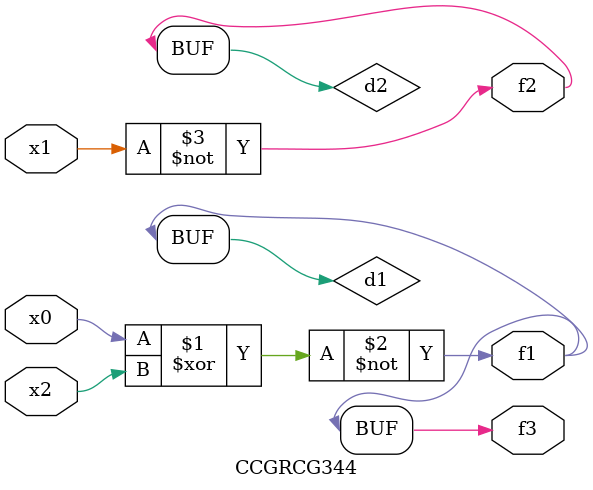
<source format=v>
module CCGRCG344(
	input x0, x1, x2,
	output f1, f2, f3
);

	wire d1, d2, d3;

	xnor (d1, x0, x2);
	nand (d2, x1);
	nor (d3, x1, x2);
	assign f1 = d1;
	assign f2 = d2;
	assign f3 = d1;
endmodule

</source>
